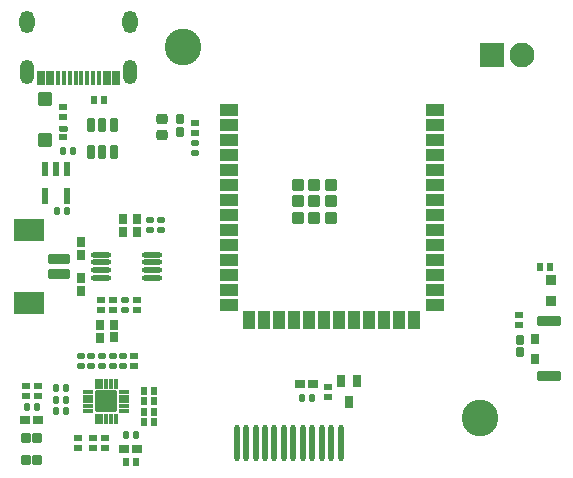
<source format=gts>
G04 Layer: TopSolderMaskLayer*
G04 EasyEDA Pro v2.2.34.8, 2025-02-19 17:22:18*
G04 Gerber Generator version 0.3*
G04 Scale: 100 percent, Rotated: No, Reflected: No*
G04 Dimensions in millimeters*
G04 Leading zeros omitted, absolute positions, 4 integers and 5 decimals*
%FSLAX45Y45*%
%MOMM*%
%AMRoundRect*1,1,$1,$2,$3*1,1,$1,$4,$5*1,1,$1,0-$2,0-$3*1,1,$1,0-$4,0-$5*20,1,$1,$2,$3,$4,$5,0*20,1,$1,$4,$5,0-$2,0-$3,0*20,1,$1,0-$2,0-$3,0-$4,0-$5,0*20,1,$1,0-$4,0-$5,$2,$3,0*4,1,4,$2,$3,$4,$5,0-$2,0-$3,0-$4,0-$5,$2,$3,0*%
%ADD10C,3.1016*%
%ADD11RoundRect,0.49645X-0.25257X-0.20257X-0.25257X0.20257*%
%ADD12RoundRect,0.25388X-0.19386X-0.31891X-0.19386X0.31891*%
%ADD13RoundRect,0.29304X0.20428X0.10428X0.20428X-0.10428*%
%ADD14RoundRect,0.29304X0.10428X-0.20428X-0.10428X-0.20428*%
%ADD15RoundRect,0.29304X-0.10428X0.20428X0.10428X0.20428*%
%ADD16RoundRect,0.08771X-0.40199X0.27695X0.40199X0.27695*%
%ADD17RoundRect,0.08771X0.40199X-0.27695X-0.40199X-0.27695*%
%ADD18RoundRect,0.29304X-0.20428X-0.10428X-0.20428X0.10428*%
%ADD19RoundRect,0.08771X0.27695X0.40199X0.27695X-0.40199*%
%ADD20RoundRect,0.19677X-0.21842X0.48842X0.21842X0.48842*%
%ADD21RoundRect,0.09302X-0.50429X-0.52929X-0.50429X0.52929*%
%ADD22RoundRect,0.08449X0.20856X-0.30856X-0.20856X-0.30856*%
%ADD23RoundRect,0.08449X-0.30856X-0.20856X-0.30856X0.20856*%
%ADD24RoundRect,0.08449X0.30856X0.20856X0.30856X-0.20856*%
%ADD25RoundRect,0.08671X0.25244X-0.58594X-0.25244X-0.58594*%
%ADD26RoundRect,0.08671X0.25244X-0.59495X-0.25244X-0.59495*%
%ADD27RoundRect,0.09017X0.35571X0.40571X0.35571X-0.40571*%
%ADD28RoundRect,0.09017X0.35571X-0.35571X-0.35571X-0.35571*%
%ADD29RoundRect,0.08692X-0.25734X-0.47533X-0.25734X0.47533*%
%ADD30RoundRect,0.08449X-0.30853X0.20856X0.30853X0.20856*%
%ADD31RoundRect,0.09618X0.85271X0.85271X0.85271X-0.85271*%
%ADD32RoundRect,0.076X0.4128X0.1128X0.4128X-0.1128*%
%ADD33RoundRect,0.076X0.1128X-0.4128X-0.1128X-0.4128*%
%ADD34RoundRect,0.076X-0.4128X-0.1128X-0.4128X0.1128*%
%ADD35O,1.7936X0.46561*%
%ADD36O,0.5016X3.1016*%
%ADD37RoundRect,0.08449X-0.20856X0.30856X0.20856X0.30856*%
%ADD38RoundRect,0.08669X0.28168X-0.55667X-0.28168X-0.55667*%
%ADD39RoundRect,0.08002X0.16X-0.56X-0.16X-0.56*%
%ADD40O,1.20002X2.10002*%
%ADD41O,1.30002X1.90002*%
%ADD42RoundRect,0.09093X-0.75455X0.45455X0.75455X0.45455*%
%ADD43RoundRect,0.09093X-0.45455X-0.75455X-0.45455X0.75455*%
%ADD44RoundRect,0.09093X0.75455X-0.45455X-0.75455X-0.45455*%
%ADD45RoundRect,0.09224X-0.45468X-0.45468X-0.45468X0.45468*%
%ADD46RoundRect,0.08752X-0.30625X-0.35625X-0.30625X0.35625*%
%ADD47RoundRect,0.08949X-0.93027X-0.38027X-0.93027X0.38027*%
%ADD48RoundRect,0.08891X0.85556X0.35556X0.85556X-0.35556*%
%ADD49RoundRect,0.09502X1.2525X0.9025X1.2525X-0.9025*%
%ADD50RoundRect,0.09691X-1.00234X1.00234X1.00234X1.00234*%
%ADD51C,2.1016*%
G75*


G04 Pad Start*
G54D10*
G01X18046700Y3594100D03*
G01X15532100Y6731000D03*
G54D11*
G01X15354300Y6127902D03*
G01X15354300Y5987898D03*
G54D12*
G01X15506700Y6125108D03*
G01X15506700Y6016092D03*
G54D13*
G01X15633700Y5922600D03*
G01X15633700Y5837600D03*
G54D14*
G01X14596700Y5854700D03*
G01X14511700Y5854700D03*
G54D15*
G01X14459104Y5341994D03*
G01X14544104Y5341994D03*
G54D12*
G01X18379773Y4256618D03*
G01X18379773Y4147602D03*
G54D16*
G01X16632598Y3878174D03*
G01X16523582Y3878174D03*
G54D15*
G01X16535590Y3763874D03*
G01X16620590Y3763874D03*
G54D14*
G01X14541222Y3651762D03*
G01X14456222Y3651762D03*
G01X14541222Y3746819D03*
G01X14456222Y3746819D03*
G54D17*
G01X15030242Y3330249D03*
G01X15139259Y3330249D03*
G54D14*
G01X15127250Y3444549D03*
G01X15042250Y3444549D03*
G54D17*
G01X14192042Y3571549D03*
G01X14301059Y3571549D03*
G54D14*
G01X14289050Y3685849D03*
G01X14204050Y3685849D03*
G01X14541222Y3849181D03*
G01X14456222Y3849181D03*
G54D18*
G01X14662383Y4031068D03*
G01X14662383Y4116068D03*
G54D19*
G01X14668500Y4974692D03*
G01X14668500Y5083708D03*
G54D18*
G01X14752722Y4030739D03*
G01X14752722Y4115739D03*
G01X14842942Y4030832D03*
G01X14842942Y4115832D03*
G54D19*
G01X14827135Y4273822D03*
G01X14827135Y4382839D03*
G01X14668500Y4669892D03*
G01X14668500Y4778908D03*
G54D18*
G01X14933398Y4030907D03*
G01X14933398Y4115907D03*
G54D19*
G01X14941435Y4274409D03*
G01X14941435Y4383426D03*
G54D18*
G01X15023618Y4031191D03*
G01X15023618Y4116191D03*
G54D13*
G01X15033950Y4591949D03*
G01X15033950Y4506949D03*
G54D19*
G01X15023431Y5168381D03*
G01X15023431Y5277397D03*
G01X15143550Y5168761D03*
G01X15143550Y5277778D03*
G54D18*
G01X15250479Y5180689D03*
G01X15250479Y5265689D03*
G54D13*
G01X15341152Y5265782D03*
G01X15341152Y5180782D03*
G54D20*
G01X14751304Y5841390D03*
G01X14846300Y5841390D03*
G01X14941296Y5841390D03*
G01X14941296Y6071210D03*
G01X14846300Y6071210D03*
G01X14751304Y6071210D03*
G54D21*
G01X14363700Y6296406D03*
G01X14363700Y5946394D03*
G54D22*
G01X15129846Y3215950D03*
G01X15044846Y3215950D03*
G54D23*
G01X14198601Y3780200D03*
G01X14198601Y3865200D03*
G01X14300201Y3780200D03*
G01X14300201Y3865200D03*
G54D24*
G01X15114973Y4115488D03*
G01X15114973Y4030488D03*
G54D25*
G01X14547596Y5703367D03*
G01X14452600Y5703367D03*
G01X14357604Y5703367D03*
G54D26*
G01X14357604Y5472633D03*
G01X14547596Y5472633D03*
G54D27*
G01X18645553Y4761662D03*
G01X18645553Y4581652D03*
G54D28*
G01X14297071Y3233754D03*
G01X14297071Y3426743D03*
G01X14196030Y3426743D03*
G01X14196030Y3233754D03*
G54D29*
G01X16998689Y3904463D03*
G01X16868691Y3904463D03*
G01X16933690Y3724885D03*
G54D24*
G01X15633699Y6087700D03*
G01X15633699Y6002700D03*
G54D23*
G01X18376901Y4377100D03*
G01X18376901Y4462100D03*
G54D22*
G01X18637253Y4874858D03*
G01X18552253Y4874858D03*
G54D23*
G01X16755891Y3772174D03*
G01X16755891Y3857174D03*
G54D24*
G01X14770099Y3420700D03*
G01X14770099Y3335700D03*
G01X14643099Y3420700D03*
G01X14643099Y3335700D03*
G54D23*
G01X14871701Y3335700D03*
G01X14871701Y3420700D03*
G54D22*
G01X15280294Y3556699D03*
G01X15195294Y3556699D03*
G01X15280294Y3645982D03*
G01X15195294Y3645982D03*
G01X15280294Y3735182D03*
G01X15195294Y3735182D03*
G01X15280294Y3824244D03*
G01X15195294Y3824244D03*
G54D23*
G01X14830751Y4506949D03*
G01X14830751Y4591949D03*
G01X14932351Y4506949D03*
G01X14932351Y4591949D03*
G01X15135551Y4506949D03*
G01X15135551Y4591949D03*
G54D30*
G01X14516100Y5974601D03*
G36*
G01X14486100Y6065180D02*
G01X14546100Y6065180D01*
G02X14551180Y6060100I0J-5080D01*
G01X14551180Y6019099D01*
G02X14546100Y6014019I-5080J0D01*
G01X14496100Y6014019D01*
G02X14492926Y6015132I0J5080D01*
G01X14482926Y6023133D01*
G02X14481020Y6027100I3174J3967D01*
G01X14481020Y6060100D01*
G02X14486100Y6065180I5080J0D01*
G37*
G54D31*
G01X14877819Y3733296D03*
G54D32*
G01X14727806Y3653311D03*
G01X14727806Y3693316D03*
G01X14727806Y3733321D03*
G01X14727806Y3773301D03*
G01X14727806Y3813306D03*
G54D33*
G01X14797809Y3883308D03*
G01X14837814Y3883308D03*
G01X14877819Y3883308D03*
G01X14917824Y3883308D03*
G01X14957829Y3883308D03*
G54D34*
G01X15027806Y3813280D03*
G01X15027806Y3773275D03*
G01X15027806Y3733296D03*
G01X15027806Y3693291D03*
G01X15027806Y3653286D03*
G54D33*
G01X14957829Y3583309D03*
G01X14917824Y3583309D03*
G01X14877819Y3583309D03*
G01X14837814Y3583309D03*
G01X14797809Y3583309D03*
G54D35*
G01X15264105Y4779289D03*
G01X15264105Y4844313D03*
G01X15264105Y4909312D03*
G01X15264105Y4974311D03*
G01X14834895Y4779289D03*
G01X14834895Y4844313D03*
G01X14834895Y4909312D03*
G01X14834895Y4974311D03*
G54D36*
G01X16863585Y3378200D03*
G01X16783585Y3378200D03*
G01X16703585Y3378200D03*
G01X16623585Y3378200D03*
G01X16543585Y3378200D03*
G01X16463585Y3378200D03*
G01X16383585Y3378200D03*
G01X16303585Y3378200D03*
G01X16223585Y3378200D03*
G01X16143585Y3378200D03*
G01X16063585Y3378200D03*
G01X15983585Y3378200D03*
G54D24*
G01X14516099Y6227400D03*
G01X14516099Y6142400D03*
G54D37*
G01X14778400Y6286499D03*
G01X14863400Y6286499D03*
G54D38*
G01X14963903Y6468899D03*
G01X14883893Y6468899D03*
G54D39*
G01X14818895Y6468899D03*
G01X14768882Y6468899D03*
G01X14718895Y6468899D03*
G01X14668908Y6468899D03*
G01X14618895Y6468899D03*
G01X14568908Y6468899D03*
G01X14518895Y6468899D03*
G01X14468883Y6468899D03*
G54D38*
G01X14403884Y6468899D03*
G01X14323899Y6468899D03*
G54D40*
G01X15076400Y6523890D03*
G01X14211403Y6523890D03*
G54D41*
G01X15076400Y6943904D03*
G01X14211403Y6943904D03*
G54D42*
G01X15914395Y6198095D03*
G01X15914395Y6071095D03*
G01X15914395Y5944095D03*
G01X15914395Y5817095D03*
G01X15914395Y5690095D03*
G01X15914395Y5563095D03*
G01X15914395Y5436095D03*
G01X15914395Y5309095D03*
G01X15914395Y5182095D03*
G01X15914395Y5055095D03*
G01X15914395Y4928095D03*
G01X15914395Y4801095D03*
G01X15914395Y4674095D03*
G01X15914395Y4547095D03*
G54D43*
G01X16090900Y4419105D03*
G01X16217900Y4419105D03*
G01X16344900Y4419105D03*
G01X16471900Y4419105D03*
G01X16598900Y4419105D03*
G01X16725900Y4419105D03*
G01X16852900Y4419105D03*
G01X16979900Y4419105D03*
G01X17106900Y4419105D03*
G01X17233900Y4419105D03*
G01X17360900Y4419105D03*
G01X17487900Y4422102D03*
G54D44*
G01X17664405Y4547095D03*
G01X17664405Y4674095D03*
G01X17664405Y4801095D03*
G01X17664405Y4928095D03*
G01X17664405Y5055095D03*
G01X17664405Y5182095D03*
G01X17664405Y5309095D03*
G01X17664405Y5436095D03*
G01X17664405Y5563095D03*
G01X17664405Y5690095D03*
G01X17664405Y5817095D03*
G01X17664405Y5944095D03*
G01X17664405Y6071095D03*
G01X17664405Y6198095D03*
G54D45*
G01X16779392Y5286083D03*
G01X16639388Y5286083D03*
G01X16499383Y5286083D03*
G01X16499383Y5566093D03*
G01X16639388Y5566093D03*
G01X16779392Y5566093D03*
G01X16779392Y5426088D03*
G01X16499383Y5426088D03*
G01X16639388Y5426088D03*
G54D46*
G01X18511149Y4263301D03*
G01X18511149Y4093299D03*
G54D47*
G01X18623646Y3945801D03*
G01X18623646Y4410799D03*
G54D48*
G01X14475341Y4938079D03*
G01X14475341Y4813085D03*
G54D49*
G01X14225329Y5183087D03*
G01X14225329Y4568077D03*
G54D50*
G01X18148300Y6667500D03*
G54D51*
G01X18402300Y6667500D03*
G04 Pad End*

M02*


</source>
